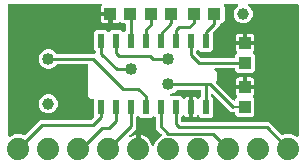
<source format=gbr>
G04 EAGLE Gerber RS-274X export*
G75*
%MOMM*%
%FSLAX34Y34*%
%LPD*%
%INTop Copper*%
%IPPOS*%
%AMOC8*
5,1,8,0,0,1.08239X$1,22.5*%
G01*
%ADD10R,0.600000X1.200000*%
%ADD11R,1.100000X1.000000*%
%ADD12R,1.000000X1.100000*%
%ADD13C,1.879600*%
%ADD14C,1.000000*%
%ADD15C,0.254000*%
%ADD16C,1.016000*%
%ADD17C,0.203200*%

G36*
X5166Y23107D02*
X5166Y23107D01*
X5196Y23106D01*
X5453Y23173D01*
X5469Y23177D01*
X10224Y25147D01*
X15176Y25147D01*
X17281Y24275D01*
X17282Y24274D01*
X17284Y24274D01*
X17418Y24239D01*
X17556Y24204D01*
X17558Y24204D01*
X17559Y24204D01*
X17700Y24208D01*
X17840Y24212D01*
X17842Y24212D01*
X17843Y24213D01*
X17976Y24255D01*
X18111Y24299D01*
X18112Y24300D01*
X18114Y24300D01*
X18126Y24309D01*
X18347Y24457D01*
X18367Y24480D01*
X18387Y24495D01*
X31231Y37339D01*
X73991Y37339D01*
X74077Y37351D01*
X74165Y37354D01*
X74217Y37371D01*
X74272Y37379D01*
X74352Y37414D01*
X74435Y37441D01*
X74474Y37469D01*
X74531Y37495D01*
X74645Y37591D01*
X74708Y37636D01*
X76538Y39465D01*
X76573Y39512D01*
X76615Y39552D01*
X76658Y39625D01*
X76708Y39692D01*
X76729Y39747D01*
X76759Y39797D01*
X76780Y39879D01*
X76810Y39958D01*
X76814Y40016D01*
X76829Y40073D01*
X76826Y40157D01*
X76833Y40241D01*
X76822Y40299D01*
X76820Y40357D01*
X76794Y40437D01*
X76777Y40520D01*
X76750Y40572D01*
X76732Y40628D01*
X76692Y40684D01*
X76646Y40772D01*
X76578Y40845D01*
X76537Y40901D01*
X76501Y40937D01*
X76501Y54356D01*
X76494Y54409D01*
X76495Y54442D01*
X76494Y54445D01*
X76495Y54472D01*
X76473Y54554D01*
X76461Y54638D01*
X76438Y54691D01*
X76423Y54747D01*
X76380Y54820D01*
X76345Y54897D01*
X76307Y54942D01*
X76278Y54992D01*
X76216Y55050D01*
X76162Y55114D01*
X76113Y55146D01*
X76070Y55186D01*
X75995Y55225D01*
X75925Y55272D01*
X75869Y55289D01*
X75817Y55316D01*
X75749Y55327D01*
X75654Y55357D01*
X75554Y55360D01*
X75486Y55371D01*
X73667Y55371D01*
X71881Y57157D01*
X71881Y83566D01*
X71873Y83624D01*
X71875Y83682D01*
X71853Y83764D01*
X71841Y83848D01*
X71818Y83901D01*
X71803Y83957D01*
X71760Y84030D01*
X71725Y84107D01*
X71687Y84152D01*
X71658Y84202D01*
X71596Y84260D01*
X71542Y84324D01*
X71493Y84356D01*
X71450Y84396D01*
X71375Y84435D01*
X71305Y84482D01*
X71249Y84499D01*
X71197Y84526D01*
X71129Y84537D01*
X71034Y84567D01*
X70934Y84570D01*
X70866Y84581D01*
X45698Y84581D01*
X45611Y84569D01*
X45524Y84566D01*
X45471Y84549D01*
X45416Y84541D01*
X45336Y84506D01*
X45253Y84479D01*
X45214Y84451D01*
X45157Y84425D01*
X45043Y84329D01*
X44980Y84284D01*
X42705Y82009D01*
X39717Y80771D01*
X36483Y80771D01*
X33495Y82009D01*
X31209Y84295D01*
X29971Y87283D01*
X29971Y90517D01*
X31209Y93505D01*
X33495Y95791D01*
X36483Y97029D01*
X39717Y97029D01*
X42705Y95791D01*
X44980Y93516D01*
X45049Y93464D01*
X45113Y93404D01*
X45163Y93378D01*
X45207Y93345D01*
X45289Y93314D01*
X45367Y93274D01*
X45414Y93266D01*
X45473Y93244D01*
X45620Y93232D01*
X45698Y93219D01*
X77165Y93219D01*
X77223Y93227D01*
X77282Y93225D01*
X77363Y93247D01*
X77447Y93259D01*
X77500Y93282D01*
X77557Y93297D01*
X77629Y93340D01*
X77706Y93375D01*
X77751Y93413D01*
X77801Y93442D01*
X77859Y93504D01*
X77923Y93558D01*
X77956Y93607D01*
X77996Y93650D01*
X78034Y93725D01*
X78081Y93795D01*
X78098Y93851D01*
X78125Y93903D01*
X78136Y93971D01*
X78166Y94066D01*
X78169Y94166D01*
X78180Y94234D01*
X78180Y94837D01*
X78168Y94924D01*
X78165Y95011D01*
X78148Y95064D01*
X78141Y95119D01*
X78105Y95199D01*
X78078Y95282D01*
X78050Y95321D01*
X78024Y95378D01*
X77928Y95492D01*
X77883Y95555D01*
X76501Y96937D01*
X76501Y111463D01*
X78287Y113249D01*
X86813Y113249D01*
X88182Y111879D01*
X88229Y111844D01*
X88269Y111802D01*
X88342Y111759D01*
X88409Y111709D01*
X88464Y111688D01*
X88514Y111658D01*
X88596Y111637D01*
X88675Y111607D01*
X88733Y111602D01*
X88790Y111588D01*
X88874Y111591D01*
X88958Y111584D01*
X89016Y111595D01*
X89074Y111597D01*
X89154Y111623D01*
X89237Y111640D01*
X89289Y111667D01*
X89345Y111685D01*
X89401Y111725D01*
X89489Y111771D01*
X89562Y111839D01*
X89618Y111879D01*
X90987Y113249D01*
X99513Y113249D01*
X100882Y111879D01*
X100929Y111844D01*
X100969Y111802D01*
X101042Y111759D01*
X101109Y111709D01*
X101164Y111688D01*
X101214Y111658D01*
X101296Y111637D01*
X101375Y111607D01*
X101433Y111602D01*
X101490Y111588D01*
X101574Y111591D01*
X101658Y111584D01*
X101716Y111595D01*
X101774Y111597D01*
X101854Y111623D01*
X101937Y111640D01*
X101989Y111667D01*
X102045Y111685D01*
X102101Y111725D01*
X102189Y111771D01*
X102262Y111839D01*
X102318Y111879D01*
X103334Y112895D01*
X103386Y112965D01*
X103446Y113029D01*
X103472Y113079D01*
X103505Y113123D01*
X103536Y113204D01*
X103576Y113282D01*
X103584Y113330D01*
X103606Y113388D01*
X103618Y113536D01*
X103631Y113613D01*
X103631Y117936D01*
X103623Y117994D01*
X103625Y118052D01*
X103603Y118134D01*
X103591Y118218D01*
X103568Y118271D01*
X103553Y118327D01*
X103510Y118400D01*
X103475Y118477D01*
X103437Y118522D01*
X103408Y118572D01*
X103346Y118630D01*
X103292Y118694D01*
X103243Y118726D01*
X103200Y118766D01*
X103125Y118805D01*
X103055Y118852D01*
X102999Y118869D01*
X102947Y118896D01*
X102879Y118907D01*
X102784Y118937D01*
X102684Y118940D01*
X102616Y118951D01*
X100797Y118951D01*
X99419Y120330D01*
X99372Y120365D01*
X99332Y120407D01*
X99259Y120450D01*
X99191Y120501D01*
X99137Y120521D01*
X99086Y120551D01*
X99005Y120572D01*
X98926Y120602D01*
X98868Y120607D01*
X98811Y120621D01*
X98726Y120618D01*
X98642Y120625D01*
X98585Y120614D01*
X98527Y120612D01*
X98446Y120586D01*
X98364Y120570D01*
X98312Y120543D01*
X98256Y120525D01*
X98200Y120484D01*
X98111Y120439D01*
X98039Y120370D01*
X97983Y120330D01*
X97620Y119967D01*
X97041Y119632D01*
X96394Y119459D01*
X92591Y119459D01*
X92591Y125984D01*
X92583Y126042D01*
X92584Y126100D01*
X92563Y126182D01*
X92551Y126265D01*
X92527Y126319D01*
X92513Y126375D01*
X92470Y126448D01*
X92435Y126525D01*
X92397Y126569D01*
X92367Y126620D01*
X92306Y126677D01*
X92251Y126742D01*
X92203Y126774D01*
X92160Y126814D01*
X92085Y126853D01*
X92015Y126899D01*
X91959Y126917D01*
X91907Y126944D01*
X91839Y126955D01*
X91744Y126985D01*
X91644Y126988D01*
X91576Y126999D01*
X90559Y126999D01*
X90559Y128016D01*
X90551Y128074D01*
X90552Y128132D01*
X90531Y128214D01*
X90519Y128297D01*
X90495Y128351D01*
X90481Y128407D01*
X90438Y128480D01*
X90403Y128557D01*
X90365Y128601D01*
X90335Y128652D01*
X90274Y128709D01*
X90219Y128774D01*
X90171Y128806D01*
X90128Y128846D01*
X90053Y128885D01*
X89983Y128931D01*
X89927Y128949D01*
X89875Y128976D01*
X89807Y128987D01*
X89712Y129017D01*
X89612Y129020D01*
X89544Y129031D01*
X82519Y129031D01*
X82519Y132334D01*
X82692Y132981D01*
X83027Y133560D01*
X83369Y133902D01*
X83387Y133926D01*
X83409Y133945D01*
X83472Y134039D01*
X83540Y134129D01*
X83550Y134157D01*
X83567Y134181D01*
X83601Y134289D01*
X83641Y134395D01*
X83644Y134424D01*
X83652Y134452D01*
X83655Y134565D01*
X83665Y134678D01*
X83659Y134707D01*
X83660Y134736D01*
X83631Y134846D01*
X83609Y134957D01*
X83595Y134983D01*
X83588Y135011D01*
X83530Y135109D01*
X83478Y135209D01*
X83458Y135231D01*
X83443Y135256D01*
X83360Y135333D01*
X83282Y135415D01*
X83257Y135430D01*
X83235Y135450D01*
X83134Y135502D01*
X83037Y135559D01*
X83008Y135566D01*
X82982Y135580D01*
X82905Y135593D01*
X82761Y135629D01*
X82699Y135627D01*
X82651Y135635D01*
X5080Y135635D01*
X5022Y135627D01*
X4964Y135629D01*
X4882Y135607D01*
X4798Y135595D01*
X4745Y135572D01*
X4689Y135557D01*
X4616Y135514D01*
X4539Y135479D01*
X4494Y135441D01*
X4444Y135412D01*
X4386Y135350D01*
X4322Y135296D01*
X4290Y135247D01*
X4250Y135204D01*
X4211Y135129D01*
X4164Y135059D01*
X4147Y135003D01*
X4120Y134951D01*
X4109Y134883D01*
X4079Y134788D01*
X4076Y134688D01*
X4065Y134620D01*
X4065Y24115D01*
X4081Y24001D01*
X4091Y23887D01*
X4101Y23861D01*
X4105Y23833D01*
X4152Y23728D01*
X4193Y23621D01*
X4209Y23599D01*
X4221Y23574D01*
X4295Y23486D01*
X4364Y23395D01*
X4387Y23378D01*
X4404Y23357D01*
X4500Y23293D01*
X4592Y23224D01*
X4618Y23215D01*
X4641Y23199D01*
X4751Y23165D01*
X4858Y23124D01*
X4886Y23122D01*
X4912Y23114D01*
X5027Y23111D01*
X5141Y23101D01*
X5166Y23107D01*
G37*
G36*
X248921Y23109D02*
X248921Y23109D01*
X249036Y23106D01*
X249063Y23113D01*
X249091Y23114D01*
X249200Y23149D01*
X249311Y23178D01*
X249335Y23192D01*
X249362Y23201D01*
X249457Y23265D01*
X249556Y23323D01*
X249575Y23344D01*
X249598Y23359D01*
X249672Y23447D01*
X249750Y23531D01*
X249763Y23555D01*
X249781Y23577D01*
X249827Y23681D01*
X249880Y23784D01*
X249884Y23808D01*
X249896Y23836D01*
X249933Y24100D01*
X249935Y24115D01*
X249935Y134620D01*
X249927Y134678D01*
X249929Y134736D01*
X249907Y134818D01*
X249895Y134902D01*
X249872Y134955D01*
X249857Y135011D01*
X249814Y135084D01*
X249779Y135161D01*
X249741Y135206D01*
X249712Y135256D01*
X249650Y135314D01*
X249596Y135378D01*
X249547Y135410D01*
X249504Y135450D01*
X249429Y135489D01*
X249359Y135536D01*
X249303Y135553D01*
X249251Y135580D01*
X249183Y135591D01*
X249088Y135621D01*
X248988Y135624D01*
X248920Y135635D01*
X208398Y135635D01*
X208369Y135631D01*
X208340Y135634D01*
X208229Y135611D01*
X208117Y135595D01*
X208090Y135583D01*
X208061Y135578D01*
X207961Y135525D01*
X207857Y135479D01*
X207835Y135460D01*
X207809Y135447D01*
X207727Y135369D01*
X207640Y135296D01*
X207624Y135271D01*
X207603Y135251D01*
X207546Y135153D01*
X207483Y135059D01*
X207474Y135031D01*
X207459Y135006D01*
X207431Y134896D01*
X207397Y134788D01*
X207396Y134758D01*
X207389Y134730D01*
X207393Y134617D01*
X207390Y134504D01*
X207397Y134475D01*
X207398Y134446D01*
X207433Y134338D01*
X207462Y134229D01*
X207477Y134203D01*
X207486Y134175D01*
X207531Y134112D01*
X207607Y133984D01*
X207652Y133941D01*
X207680Y133902D01*
X210023Y131559D01*
X211249Y128601D01*
X211249Y125399D01*
X210023Y122441D01*
X207759Y120177D01*
X204801Y118951D01*
X201599Y118951D01*
X198641Y120177D01*
X196377Y122441D01*
X195151Y125399D01*
X195151Y128601D01*
X196377Y131559D01*
X198720Y133902D01*
X198737Y133926D01*
X198760Y133945D01*
X198822Y134039D01*
X198890Y134129D01*
X198901Y134157D01*
X198917Y134181D01*
X198951Y134289D01*
X198992Y134395D01*
X198994Y134424D01*
X199003Y134452D01*
X199006Y134566D01*
X199015Y134678D01*
X199009Y134707D01*
X199010Y134736D01*
X198982Y134846D01*
X198959Y134957D01*
X198946Y134983D01*
X198938Y135011D01*
X198881Y135109D01*
X198828Y135209D01*
X198808Y135231D01*
X198793Y135256D01*
X198711Y135333D01*
X198633Y135415D01*
X198607Y135430D01*
X198586Y135450D01*
X198485Y135502D01*
X198387Y135559D01*
X198359Y135566D01*
X198333Y135580D01*
X198255Y135593D01*
X198112Y135629D01*
X198049Y135627D01*
X198002Y135635D01*
X187307Y135635D01*
X187278Y135631D01*
X187249Y135634D01*
X187138Y135611D01*
X187026Y135595D01*
X186999Y135583D01*
X186970Y135578D01*
X186870Y135525D01*
X186766Y135479D01*
X186744Y135460D01*
X186718Y135447D01*
X186636Y135369D01*
X186549Y135296D01*
X186533Y135271D01*
X186512Y135251D01*
X186455Y135153D01*
X186392Y135059D01*
X186383Y135031D01*
X186368Y135006D01*
X186340Y134896D01*
X186306Y134788D01*
X186305Y134758D01*
X186298Y134730D01*
X186302Y134617D01*
X186299Y134504D01*
X186306Y134475D01*
X186307Y134446D01*
X186342Y134338D01*
X186371Y134229D01*
X186385Y134203D01*
X186395Y134175D01*
X186440Y134111D01*
X186516Y133984D01*
X186561Y133941D01*
X186589Y133902D01*
X187229Y133263D01*
X187229Y120737D01*
X185443Y118951D01*
X184048Y118951D01*
X183991Y118943D01*
X183932Y118945D01*
X183850Y118923D01*
X183767Y118911D01*
X183714Y118888D01*
X183657Y118873D01*
X183585Y118830D01*
X183507Y118795D01*
X183463Y118757D01*
X183413Y118728D01*
X183355Y118666D01*
X183290Y118612D01*
X183258Y118563D01*
X183218Y118520D01*
X183180Y118445D01*
X183133Y118375D01*
X183115Y118319D01*
X183089Y118267D01*
X183077Y118199D01*
X183047Y118104D01*
X183045Y118004D01*
X183033Y117936D01*
X183033Y116880D01*
X177796Y111643D01*
X177744Y111573D01*
X177684Y111509D01*
X177658Y111460D01*
X177625Y111416D01*
X177594Y111334D01*
X177554Y111256D01*
X177546Y111208D01*
X177524Y111150D01*
X177512Y111002D01*
X177499Y110925D01*
X177499Y96937D01*
X175713Y95151D01*
X167187Y95151D01*
X165818Y96521D01*
X165771Y96556D01*
X165731Y96598D01*
X165658Y96641D01*
X165591Y96691D01*
X165536Y96712D01*
X165486Y96742D01*
X165404Y96763D01*
X165325Y96793D01*
X165267Y96798D01*
X165210Y96812D01*
X165126Y96809D01*
X165042Y96816D01*
X164984Y96805D01*
X164926Y96803D01*
X164846Y96777D01*
X164763Y96760D01*
X164711Y96733D01*
X164655Y96715D01*
X164599Y96675D01*
X164511Y96629D01*
X164438Y96561D01*
X164382Y96521D01*
X163366Y95505D01*
X163314Y95435D01*
X163254Y95371D01*
X163228Y95322D01*
X163195Y95277D01*
X163164Y95196D01*
X163124Y95118D01*
X163116Y95070D01*
X163094Y95012D01*
X163082Y94864D01*
X163077Y94834D01*
X163075Y94826D01*
X163075Y94823D01*
X163069Y94787D01*
X163069Y94716D01*
X163081Y94630D01*
X163084Y94542D01*
X163101Y94490D01*
X163109Y94435D01*
X163144Y94355D01*
X163171Y94272D01*
X163199Y94232D01*
X163225Y94175D01*
X163321Y94062D01*
X163366Y93998D01*
X167328Y90036D01*
X167398Y89984D01*
X167462Y89924D01*
X167511Y89899D01*
X167555Y89865D01*
X167637Y89834D01*
X167715Y89794D01*
X167763Y89786D01*
X167821Y89764D01*
X167969Y89752D01*
X168046Y89739D01*
X195482Y89739D01*
X195540Y89747D01*
X195599Y89746D01*
X195680Y89767D01*
X195764Y89779D01*
X195817Y89803D01*
X195874Y89817D01*
X195946Y89860D01*
X196023Y89895D01*
X196068Y89933D01*
X196118Y89963D01*
X196176Y90024D01*
X196240Y90079D01*
X196273Y90127D01*
X196313Y90170D01*
X196351Y90245D01*
X196398Y90315D01*
X196415Y90371D01*
X196442Y90423D01*
X196453Y90491D01*
X196483Y90586D01*
X196486Y90686D01*
X196497Y90754D01*
X196497Y92141D01*
X197876Y93520D01*
X197911Y93566D01*
X197954Y93607D01*
X197996Y93680D01*
X198047Y93747D01*
X198068Y93802D01*
X198097Y93852D01*
X198118Y93934D01*
X198148Y94013D01*
X198153Y94071D01*
X198167Y94128D01*
X198165Y94212D01*
X198172Y94296D01*
X198160Y94353D01*
X198158Y94412D01*
X198132Y94492D01*
X198116Y94575D01*
X198089Y94627D01*
X198071Y94682D01*
X198031Y94738D01*
X197985Y94827D01*
X197916Y94899D01*
X197876Y94955D01*
X197513Y95318D01*
X197179Y95898D01*
X197005Y96544D01*
X197005Y100347D01*
X203530Y100347D01*
X203588Y100355D01*
X203646Y100354D01*
X203728Y100375D01*
X203812Y100387D01*
X203865Y100411D01*
X203921Y100426D01*
X203994Y100469D01*
X204071Y100503D01*
X204116Y100541D01*
X204166Y100571D01*
X204224Y100632D01*
X204288Y100687D01*
X204320Y100736D01*
X204360Y100778D01*
X204399Y100853D01*
X204446Y100924D01*
X204463Y100979D01*
X204490Y101031D01*
X204501Y101099D01*
X204531Y101195D01*
X204534Y101294D01*
X204545Y101362D01*
X204545Y102379D01*
X204547Y102379D01*
X204547Y101362D01*
X204555Y101305D01*
X204554Y101246D01*
X204575Y101164D01*
X204587Y101081D01*
X204611Y101028D01*
X204626Y100971D01*
X204669Y100899D01*
X204703Y100822D01*
X204741Y100777D01*
X204771Y100727D01*
X204832Y100669D01*
X204887Y100605D01*
X204935Y100572D01*
X204978Y100532D01*
X205053Y100494D01*
X205123Y100447D01*
X205179Y100429D01*
X205231Y100403D01*
X205299Y100391D01*
X205394Y100361D01*
X205494Y100359D01*
X205562Y100347D01*
X212087Y100347D01*
X212087Y96544D01*
X211914Y95898D01*
X211579Y95318D01*
X211216Y94955D01*
X211181Y94909D01*
X211139Y94868D01*
X211096Y94796D01*
X211046Y94728D01*
X211025Y94674D01*
X210995Y94623D01*
X210974Y94542D01*
X210944Y94463D01*
X210939Y94404D01*
X210925Y94348D01*
X210928Y94263D01*
X210921Y94179D01*
X210932Y94122D01*
X210934Y94064D01*
X210960Y93983D01*
X210977Y93901D01*
X211004Y93849D01*
X211022Y93793D01*
X211062Y93737D01*
X211108Y93648D01*
X211176Y93576D01*
X211216Y93520D01*
X212595Y92141D01*
X212595Y78616D01*
X210809Y76830D01*
X198283Y76830D01*
X196497Y78616D01*
X196497Y80086D01*
X196489Y80144D01*
X196491Y80203D01*
X196469Y80284D01*
X196458Y80368D01*
X196434Y80421D01*
X196419Y80478D01*
X196376Y80550D01*
X196341Y80627D01*
X196304Y80672D01*
X196274Y80722D01*
X196212Y80780D01*
X196158Y80844D01*
X196109Y80877D01*
X196066Y80917D01*
X195991Y80955D01*
X195921Y81002D01*
X195865Y81019D01*
X195813Y81046D01*
X195745Y81057D01*
X195650Y81087D01*
X195550Y81090D01*
X195482Y81101D01*
X179661Y81101D01*
X179632Y81097D01*
X179603Y81100D01*
X179492Y81078D01*
X179380Y81062D01*
X179353Y81050D01*
X179324Y81044D01*
X179223Y80992D01*
X179120Y80945D01*
X179098Y80926D01*
X179072Y80913D01*
X178990Y80835D01*
X178903Y80762D01*
X178887Y80737D01*
X178866Y80717D01*
X178809Y80620D01*
X178746Y80525D01*
X178737Y80497D01*
X178722Y80472D01*
X178694Y80362D01*
X178660Y80254D01*
X178659Y80225D01*
X178652Y80196D01*
X178655Y80083D01*
X178653Y79970D01*
X178660Y79941D01*
X178661Y79912D01*
X178696Y79804D01*
X178724Y79695D01*
X178739Y79670D01*
X178748Y79642D01*
X178794Y79578D01*
X178870Y79450D01*
X178915Y79408D01*
X178943Y79368D01*
X180849Y77463D01*
X180849Y71127D01*
X179917Y70196D01*
X179882Y70149D01*
X179840Y70109D01*
X179797Y70036D01*
X179747Y69969D01*
X179726Y69914D01*
X179696Y69864D01*
X179675Y69782D01*
X179645Y69703D01*
X179641Y69645D01*
X179626Y69588D01*
X179629Y69504D01*
X179622Y69420D01*
X179633Y69363D01*
X179635Y69304D01*
X179661Y69224D01*
X179678Y69141D01*
X179705Y69089D01*
X179723Y69034D01*
X179763Y68977D01*
X179809Y68889D01*
X179877Y68816D01*
X179917Y68760D01*
X194739Y53939D01*
X194762Y53921D01*
X194781Y53899D01*
X194876Y53836D01*
X194966Y53768D01*
X194994Y53757D01*
X195018Y53741D01*
X195126Y53707D01*
X195232Y53667D01*
X195261Y53664D01*
X195289Y53655D01*
X195402Y53652D01*
X195515Y53643D01*
X195544Y53649D01*
X195573Y53648D01*
X195683Y53677D01*
X195794Y53699D01*
X195820Y53712D01*
X195848Y53720D01*
X195946Y53778D01*
X196046Y53830D01*
X196067Y53850D01*
X196093Y53865D01*
X196170Y53948D01*
X196252Y54026D01*
X196267Y54051D01*
X196287Y54072D01*
X196339Y54173D01*
X196396Y54271D01*
X196403Y54299D01*
X196417Y54325D01*
X196430Y54403D01*
X196466Y54546D01*
X196464Y54609D01*
X196472Y54657D01*
X196472Y54956D01*
X197851Y56334D01*
X197886Y56381D01*
X197928Y56421D01*
X197971Y56494D01*
X198021Y56561D01*
X198042Y56616D01*
X198072Y56666D01*
X198093Y56748D01*
X198123Y56827D01*
X198128Y56885D01*
X198142Y56942D01*
X198139Y57026D01*
X198146Y57110D01*
X198135Y57168D01*
X198133Y57226D01*
X198107Y57306D01*
X198090Y57389D01*
X198063Y57441D01*
X198045Y57497D01*
X198005Y57553D01*
X197959Y57641D01*
X197891Y57714D01*
X197851Y57770D01*
X197488Y58133D01*
X197153Y58712D01*
X196980Y59358D01*
X196980Y63162D01*
X203505Y63162D01*
X203563Y63170D01*
X203621Y63168D01*
X203703Y63190D01*
X203786Y63201D01*
X203840Y63225D01*
X203896Y63240D01*
X203969Y63283D01*
X204046Y63318D01*
X204090Y63355D01*
X204141Y63385D01*
X204198Y63447D01*
X204263Y63501D01*
X204295Y63550D01*
X204335Y63593D01*
X204373Y63668D01*
X204420Y63738D01*
X204438Y63794D01*
X204464Y63846D01*
X204476Y63914D01*
X204506Y64009D01*
X204509Y64109D01*
X204520Y64177D01*
X204520Y65194D01*
X204522Y65194D01*
X204522Y64177D01*
X204530Y64119D01*
X204528Y64060D01*
X204550Y63979D01*
X204561Y63895D01*
X204585Y63842D01*
X204600Y63785D01*
X204643Y63713D01*
X204678Y63636D01*
X204716Y63591D01*
X204745Y63541D01*
X204807Y63483D01*
X204861Y63419D01*
X204910Y63387D01*
X204953Y63346D01*
X205028Y63308D01*
X205098Y63261D01*
X205154Y63244D01*
X205206Y63217D01*
X205274Y63206D01*
X205369Y63176D01*
X205469Y63173D01*
X205537Y63162D01*
X212062Y63162D01*
X212062Y59358D01*
X211888Y58712D01*
X211554Y58133D01*
X211191Y57770D01*
X211156Y57723D01*
X211113Y57683D01*
X211071Y57610D01*
X211020Y57543D01*
X210999Y57488D01*
X210970Y57438D01*
X210949Y57356D01*
X210919Y57277D01*
X210914Y57219D01*
X210900Y57162D01*
X210902Y57078D01*
X210895Y56994D01*
X210907Y56936D01*
X210909Y56878D01*
X210935Y56798D01*
X210951Y56715D01*
X210978Y56663D01*
X210996Y56607D01*
X211036Y56551D01*
X211082Y56463D01*
X211151Y56390D01*
X211191Y56334D01*
X212570Y54956D01*
X212570Y41430D01*
X210784Y39644D01*
X198258Y39644D01*
X196472Y41430D01*
X196472Y42926D01*
X196464Y42984D01*
X196465Y43042D01*
X196444Y43124D01*
X196432Y43208D01*
X196408Y43261D01*
X196394Y43317D01*
X196351Y43390D01*
X196316Y43467D01*
X196278Y43512D01*
X196248Y43562D01*
X196187Y43620D01*
X196132Y43684D01*
X196084Y43716D01*
X196041Y43756D01*
X195966Y43795D01*
X195896Y43842D01*
X195840Y43859D01*
X195788Y43886D01*
X195720Y43897D01*
X195625Y43927D01*
X195525Y43930D01*
X195457Y43941D01*
X192521Y43941D01*
X177502Y58961D01*
X177478Y58978D01*
X177459Y59001D01*
X177365Y59063D01*
X177275Y59131D01*
X177247Y59142D01*
X177223Y59158D01*
X177115Y59192D01*
X177009Y59233D01*
X176980Y59235D01*
X176952Y59244D01*
X176838Y59247D01*
X176726Y59256D01*
X176697Y59250D01*
X176668Y59251D01*
X176558Y59223D01*
X176447Y59200D01*
X176421Y59187D01*
X176393Y59179D01*
X176295Y59122D01*
X176195Y59069D01*
X176173Y59049D01*
X176148Y59034D01*
X176071Y58952D01*
X175989Y58874D01*
X175974Y58848D01*
X175954Y58827D01*
X175902Y58726D01*
X175845Y58628D01*
X175838Y58600D01*
X175824Y58574D01*
X175811Y58496D01*
X175775Y58353D01*
X175777Y58290D01*
X175769Y58243D01*
X175769Y57613D01*
X175781Y57527D01*
X175784Y57439D01*
X175801Y57387D01*
X175809Y57332D01*
X175844Y57252D01*
X175871Y57169D01*
X175899Y57130D01*
X175925Y57072D01*
X176021Y56959D01*
X176066Y56895D01*
X177499Y55463D01*
X177499Y40937D01*
X175713Y39151D01*
X167187Y39151D01*
X165420Y40919D01*
X165381Y40948D01*
X165348Y40984D01*
X165268Y41033D01*
X165193Y41090D01*
X165147Y41107D01*
X165105Y41132D01*
X165015Y41157D01*
X164927Y41191D01*
X164878Y41195D01*
X164831Y41208D01*
X164737Y41207D01*
X164644Y41214D01*
X164596Y41205D01*
X164547Y41204D01*
X164457Y41177D01*
X164365Y41159D01*
X164322Y41136D01*
X164275Y41122D01*
X164196Y41071D01*
X164113Y41028D01*
X164077Y40994D01*
X164036Y40967D01*
X163989Y40910D01*
X163906Y40832D01*
X163863Y40757D01*
X163823Y40708D01*
X163783Y40640D01*
X163310Y40167D01*
X162731Y39832D01*
X162084Y39659D01*
X160249Y39659D01*
X160249Y47716D01*
X160241Y47774D01*
X160243Y47832D01*
X160221Y47914D01*
X160209Y47997D01*
X160186Y48051D01*
X160171Y48107D01*
X160128Y48180D01*
X160119Y48199D01*
X160150Y48245D01*
X160167Y48301D01*
X160194Y48353D01*
X160205Y48421D01*
X160235Y48516D01*
X160238Y48616D01*
X160249Y48684D01*
X160249Y56741D01*
X162084Y56741D01*
X162731Y56568D01*
X163310Y56233D01*
X163783Y55760D01*
X163823Y55692D01*
X163853Y55653D01*
X163875Y55610D01*
X163940Y55542D01*
X163998Y55468D01*
X164037Y55439D01*
X164071Y55404D01*
X164152Y55356D01*
X164228Y55301D01*
X164274Y55285D01*
X164316Y55260D01*
X164407Y55237D01*
X164496Y55205D01*
X164545Y55202D01*
X164592Y55190D01*
X164686Y55193D01*
X164780Y55187D01*
X164827Y55197D01*
X164876Y55199D01*
X164965Y55228D01*
X165057Y55248D01*
X165100Y55271D01*
X165146Y55286D01*
X165207Y55329D01*
X165307Y55384D01*
X165369Y55445D01*
X165420Y55481D01*
X166834Y56895D01*
X166886Y56965D01*
X166946Y57029D01*
X166972Y57079D01*
X167005Y57123D01*
X167036Y57204D01*
X167076Y57282D01*
X167084Y57330D01*
X167106Y57388D01*
X167118Y57536D01*
X167131Y57613D01*
X167131Y61976D01*
X167123Y62034D01*
X167125Y62092D01*
X167103Y62174D01*
X167091Y62258D01*
X167068Y62311D01*
X167053Y62367D01*
X167010Y62440D01*
X166975Y62517D01*
X166937Y62562D01*
X166908Y62612D01*
X166846Y62670D01*
X166792Y62734D01*
X166743Y62766D01*
X166700Y62806D01*
X166625Y62845D01*
X166555Y62892D01*
X166499Y62909D01*
X166447Y62936D01*
X166379Y62947D01*
X166284Y62977D01*
X166184Y62980D01*
X166116Y62991D01*
X147298Y62991D01*
X147211Y62979D01*
X147124Y62976D01*
X147071Y62959D01*
X147016Y62951D01*
X146936Y62916D01*
X146853Y62889D01*
X146814Y62861D01*
X146757Y62835D01*
X146643Y62739D01*
X146580Y62694D01*
X144305Y60419D01*
X141367Y59202D01*
X141293Y59158D01*
X141214Y59123D01*
X141171Y59086D01*
X141122Y59057D01*
X141063Y58995D01*
X140997Y58939D01*
X140966Y58892D01*
X140927Y58851D01*
X140887Y58774D01*
X140840Y58703D01*
X140823Y58649D01*
X140797Y58598D01*
X140780Y58514D01*
X140754Y58432D01*
X140753Y58375D01*
X140742Y58319D01*
X140749Y58234D01*
X140747Y58148D01*
X140761Y58093D01*
X140766Y58036D01*
X140797Y57956D01*
X140819Y57873D01*
X140848Y57824D01*
X140868Y57771D01*
X140920Y57702D01*
X140964Y57628D01*
X141005Y57589D01*
X141040Y57544D01*
X141108Y57492D01*
X141171Y57434D01*
X141222Y57408D01*
X141267Y57374D01*
X141348Y57343D01*
X141424Y57304D01*
X141473Y57296D01*
X141533Y57273D01*
X141678Y57262D01*
X141755Y57249D01*
X150313Y57249D01*
X152080Y55481D01*
X152119Y55452D01*
X152152Y55416D01*
X152232Y55367D01*
X152307Y55310D01*
X152353Y55293D01*
X152395Y55268D01*
X152485Y55243D01*
X152573Y55209D01*
X152622Y55205D01*
X152669Y55192D01*
X152763Y55193D01*
X152856Y55186D01*
X152904Y55195D01*
X152953Y55196D01*
X153043Y55223D01*
X153135Y55241D01*
X153178Y55264D01*
X153225Y55278D01*
X153304Y55329D01*
X153387Y55372D01*
X153423Y55406D01*
X153464Y55433D01*
X153511Y55490D01*
X153594Y55568D01*
X153637Y55643D01*
X153677Y55692D01*
X153717Y55760D01*
X154190Y56233D01*
X154769Y56568D01*
X155416Y56741D01*
X157251Y56741D01*
X157251Y48684D01*
X157259Y48626D01*
X157257Y48568D01*
X157279Y48486D01*
X157291Y48403D01*
X157314Y48349D01*
X157329Y48293D01*
X157372Y48220D01*
X157381Y48201D01*
X157350Y48155D01*
X157333Y48099D01*
X157306Y48047D01*
X157295Y47979D01*
X157265Y47884D01*
X157262Y47784D01*
X157251Y47716D01*
X157251Y39659D01*
X155416Y39659D01*
X154769Y39832D01*
X154190Y40167D01*
X153717Y40640D01*
X153677Y40708D01*
X153647Y40747D01*
X153625Y40790D01*
X153560Y40858D01*
X153502Y40932D01*
X153463Y40961D01*
X153429Y40996D01*
X153348Y41044D01*
X153272Y41099D01*
X153226Y41115D01*
X153184Y41140D01*
X153093Y41163D01*
X153004Y41195D01*
X152955Y41198D01*
X152908Y41210D01*
X152814Y41207D01*
X152720Y41213D01*
X152673Y41203D01*
X152624Y41201D01*
X152535Y41172D01*
X152443Y41152D01*
X152400Y41129D01*
X152354Y41114D01*
X152293Y41071D01*
X152193Y41016D01*
X152131Y40955D01*
X152080Y40919D01*
X150666Y39505D01*
X150614Y39435D01*
X150554Y39371D01*
X150528Y39321D01*
X150495Y39277D01*
X150464Y39196D01*
X150424Y39118D01*
X150416Y39070D01*
X150394Y39012D01*
X150382Y38864D01*
X150369Y38787D01*
X150369Y36424D01*
X150377Y36366D01*
X150375Y36307D01*
X150397Y36226D01*
X150409Y36142D01*
X150432Y36089D01*
X150447Y36032D01*
X150490Y35960D01*
X150525Y35883D01*
X150563Y35838D01*
X150592Y35788D01*
X150654Y35730D01*
X150708Y35666D01*
X150757Y35633D01*
X150800Y35593D01*
X150875Y35555D01*
X150945Y35508D01*
X151001Y35490D01*
X151053Y35464D01*
X151121Y35452D01*
X151216Y35422D01*
X151316Y35420D01*
X151384Y35408D01*
X224699Y35408D01*
X235613Y24495D01*
X235614Y24494D01*
X235615Y24493D01*
X235736Y24402D01*
X235840Y24324D01*
X235841Y24323D01*
X235843Y24322D01*
X235976Y24272D01*
X236106Y24223D01*
X236107Y24223D01*
X236109Y24222D01*
X236253Y24210D01*
X236389Y24199D01*
X236390Y24199D01*
X236392Y24199D01*
X236408Y24203D01*
X236668Y24255D01*
X236695Y24269D01*
X236719Y24275D01*
X238824Y25147D01*
X243776Y25147D01*
X248531Y23177D01*
X248643Y23148D01*
X248752Y23114D01*
X248780Y23113D01*
X248807Y23106D01*
X248921Y23109D01*
G37*
G36*
X115374Y12709D02*
X115374Y12709D01*
X115432Y12708D01*
X115514Y12729D01*
X115597Y12741D01*
X115651Y12765D01*
X115707Y12779D01*
X115780Y12822D01*
X115857Y12857D01*
X115902Y12895D01*
X115952Y12925D01*
X116010Y12986D01*
X116074Y13041D01*
X116106Y13089D01*
X116146Y13132D01*
X116185Y13207D01*
X116231Y13277D01*
X116249Y13333D01*
X116276Y13385D01*
X116287Y13453D01*
X116317Y13548D01*
X116320Y13648D01*
X116331Y13716D01*
X116331Y24466D01*
X117096Y24345D01*
X118883Y23764D01*
X120557Y22911D01*
X122078Y21806D01*
X123406Y20478D01*
X124511Y18957D01*
X125364Y17283D01*
X125728Y16163D01*
X125758Y16101D01*
X125779Y16035D01*
X125820Y15974D01*
X125853Y15908D01*
X125899Y15857D01*
X125938Y15799D01*
X125994Y15752D01*
X126043Y15697D01*
X126102Y15661D01*
X126155Y15616D01*
X126222Y15586D01*
X126285Y15547D01*
X126352Y15529D01*
X126415Y15501D01*
X126488Y15491D01*
X126559Y15471D01*
X126628Y15471D01*
X126697Y15462D01*
X126769Y15472D01*
X126843Y15473D01*
X126910Y15493D01*
X126978Y15502D01*
X127045Y15533D01*
X127116Y15554D01*
X127174Y15591D01*
X127237Y15620D01*
X127293Y15667D01*
X127355Y15707D01*
X127401Y15759D01*
X127453Y15804D01*
X127486Y15857D01*
X127543Y15921D01*
X127592Y16025D01*
X127631Y16089D01*
X129148Y19751D01*
X132649Y23252D01*
X133431Y23576D01*
X133531Y23634D01*
X133632Y23687D01*
X133652Y23706D01*
X133676Y23720D01*
X133755Y23804D01*
X133838Y23883D01*
X133852Y23907D01*
X133871Y23927D01*
X133924Y24029D01*
X133982Y24128D01*
X133989Y24155D01*
X134002Y24180D01*
X134024Y24293D01*
X134052Y24404D01*
X134051Y24431D01*
X134057Y24459D01*
X134047Y24573D01*
X134043Y24688D01*
X134035Y24714D01*
X134032Y24742D01*
X133991Y24849D01*
X133956Y24958D01*
X133941Y24978D01*
X133930Y25007D01*
X133769Y25220D01*
X133761Y25232D01*
X133759Y25234D01*
X133758Y25234D01*
X129031Y29961D01*
X129031Y38787D01*
X129019Y38873D01*
X129016Y38961D01*
X128999Y39013D01*
X128991Y39068D01*
X128956Y39148D01*
X128929Y39231D01*
X128901Y39271D01*
X128875Y39328D01*
X128779Y39441D01*
X128734Y39505D01*
X127718Y40521D01*
X127671Y40556D01*
X127631Y40598D01*
X127558Y40641D01*
X127491Y40691D01*
X127436Y40712D01*
X127386Y40742D01*
X127304Y40763D01*
X127225Y40793D01*
X127167Y40798D01*
X127110Y40812D01*
X127026Y40809D01*
X126942Y40816D01*
X126884Y40805D01*
X126826Y40803D01*
X126746Y40777D01*
X126663Y40760D01*
X126611Y40733D01*
X126555Y40715D01*
X126499Y40675D01*
X126411Y40629D01*
X126338Y40561D01*
X126282Y40521D01*
X124913Y39151D01*
X116387Y39151D01*
X115018Y40521D01*
X114971Y40556D01*
X114931Y40598D01*
X114858Y40641D01*
X114791Y40691D01*
X114736Y40712D01*
X114686Y40742D01*
X114604Y40763D01*
X114525Y40793D01*
X114467Y40798D01*
X114410Y40812D01*
X114326Y40809D01*
X114242Y40816D01*
X114184Y40805D01*
X114126Y40803D01*
X114046Y40777D01*
X113963Y40760D01*
X113911Y40733D01*
X113855Y40715D01*
X113799Y40675D01*
X113711Y40629D01*
X113638Y40561D01*
X113582Y40521D01*
X112566Y39505D01*
X112514Y39435D01*
X112454Y39371D01*
X112428Y39321D01*
X112395Y39277D01*
X112364Y39196D01*
X112324Y39118D01*
X112316Y39070D01*
X112294Y39012D01*
X112282Y38864D01*
X112269Y38787D01*
X112269Y29961D01*
X106817Y24510D01*
X106742Y24409D01*
X106663Y24312D01*
X106656Y24296D01*
X106646Y24282D01*
X106602Y24165D01*
X106553Y24049D01*
X106551Y24033D01*
X106545Y24017D01*
X106535Y23891D01*
X106520Y23767D01*
X106523Y23750D01*
X106521Y23733D01*
X106546Y23610D01*
X106567Y23487D01*
X106574Y23471D01*
X106577Y23455D01*
X106635Y23343D01*
X106689Y23230D01*
X106701Y23217D01*
X106708Y23202D01*
X106795Y23111D01*
X106878Y23018D01*
X106892Y23009D01*
X106904Y22996D01*
X107013Y22933D01*
X107118Y22866D01*
X107135Y22861D01*
X107149Y22853D01*
X107270Y22822D01*
X107391Y22787D01*
X107409Y22787D01*
X107425Y22782D01*
X107550Y22786D01*
X107676Y22786D01*
X107690Y22791D01*
X107709Y22791D01*
X107980Y22879D01*
X107987Y22884D01*
X107996Y22887D01*
X109717Y23764D01*
X111504Y24345D01*
X112269Y24466D01*
X112269Y13716D01*
X112277Y13658D01*
X112275Y13600D01*
X112297Y13518D01*
X112309Y13435D01*
X112333Y13381D01*
X112347Y13325D01*
X112390Y13252D01*
X112425Y13175D01*
X112463Y13131D01*
X112493Y13080D01*
X112554Y13023D01*
X112609Y12958D01*
X112657Y12926D01*
X112700Y12886D01*
X112775Y12847D01*
X112845Y12801D01*
X112901Y12783D01*
X112953Y12756D01*
X113021Y12745D01*
X113116Y12715D01*
X113216Y12712D01*
X113284Y12701D01*
X115316Y12701D01*
X115374Y12709D01*
G37*
%LPC*%
G36*
X36499Y42751D02*
X36499Y42751D01*
X33541Y43977D01*
X31277Y46241D01*
X30051Y49199D01*
X30051Y52401D01*
X31277Y55359D01*
X33541Y57623D01*
X36499Y58849D01*
X39701Y58849D01*
X42659Y57623D01*
X44923Y55359D01*
X46149Y52401D01*
X46149Y49199D01*
X44923Y46241D01*
X42659Y43977D01*
X39701Y42751D01*
X36499Y42751D01*
G37*
%LPD*%
%LPC*%
G36*
X206577Y104410D02*
X206577Y104410D01*
X206577Y110419D01*
X209881Y110419D01*
X210527Y110246D01*
X211106Y109911D01*
X211579Y109438D01*
X211914Y108859D01*
X212087Y108213D01*
X212087Y104410D01*
X206577Y104410D01*
G37*
%LPD*%
%LPC*%
G36*
X206552Y67224D02*
X206552Y67224D01*
X206552Y73234D01*
X209855Y73234D01*
X210502Y73060D01*
X211081Y72726D01*
X211554Y72253D01*
X211888Y71674D01*
X212062Y71027D01*
X212062Y67224D01*
X206552Y67224D01*
G37*
%LPD*%
%LPC*%
G36*
X197005Y104410D02*
X197005Y104410D01*
X197005Y108213D01*
X197179Y108859D01*
X197513Y109438D01*
X197986Y109911D01*
X198565Y110246D01*
X199212Y110419D01*
X202515Y110419D01*
X202515Y104410D01*
X197005Y104410D01*
G37*
%LPD*%
%LPC*%
G36*
X196980Y67224D02*
X196980Y67224D01*
X196980Y71027D01*
X197153Y71674D01*
X197488Y72253D01*
X197961Y72726D01*
X198540Y73060D01*
X199186Y73234D01*
X202490Y73234D01*
X202490Y67224D01*
X196980Y67224D01*
G37*
%LPD*%
%LPC*%
G36*
X84726Y119459D02*
X84726Y119459D01*
X84079Y119632D01*
X83500Y119967D01*
X83027Y120440D01*
X82692Y121019D01*
X82519Y121666D01*
X82519Y124969D01*
X88529Y124969D01*
X88529Y119459D01*
X84726Y119459D01*
G37*
%LPD*%
D10*
X171450Y104200D03*
X158750Y104200D03*
X146050Y104200D03*
X133350Y104200D03*
X120650Y104200D03*
X107950Y104200D03*
X95250Y104200D03*
X82550Y104200D03*
X82550Y48200D03*
X95250Y48200D03*
X107950Y48200D03*
X120650Y48200D03*
X133350Y48200D03*
X146050Y48200D03*
X158750Y48200D03*
X171450Y48200D03*
D11*
X178680Y127000D03*
X161680Y127000D03*
X141850Y127000D03*
X124850Y127000D03*
D12*
X204546Y85378D03*
X204546Y102378D03*
D11*
X107560Y127000D03*
X90560Y127000D03*
D13*
X241300Y12700D03*
X215900Y12700D03*
X190500Y12700D03*
X165100Y12700D03*
X139700Y12700D03*
X114300Y12700D03*
X88900Y12700D03*
X63500Y12700D03*
X38100Y12700D03*
X12700Y12700D03*
D12*
X204521Y48193D03*
X204521Y65193D03*
D14*
X38100Y50800D03*
X203200Y127000D03*
D15*
X120650Y113868D02*
X120650Y104200D01*
X120650Y113868D02*
X124841Y118059D01*
X124841Y126991D01*
X124850Y127000D01*
X133325Y104225D02*
X133350Y104200D01*
X133325Y104225D02*
X133325Y110465D01*
X142240Y119380D01*
X142240Y126610D01*
X141850Y127000D01*
X146050Y113030D02*
X146050Y104200D01*
X146050Y113030D02*
X148590Y115570D01*
X157480Y115570D01*
X161290Y119380D01*
X161290Y126610D01*
X161680Y127000D01*
X171450Y111404D02*
X171450Y104200D01*
X171450Y111404D02*
X178714Y118669D01*
X178714Y126966D01*
X178680Y127000D01*
D16*
X139700Y67310D03*
D15*
X171450Y67310D01*
X175260Y67310D01*
X204514Y48200D02*
X204521Y48193D01*
X194310Y48260D02*
X175260Y67310D01*
D17*
X194310Y48260D02*
X204454Y48260D01*
X204521Y48193D01*
D15*
X171450Y48200D02*
X171450Y67310D01*
X158750Y92507D02*
X158750Y104200D01*
X158750Y92507D02*
X165837Y85420D01*
X204504Y85420D01*
X204546Y85378D01*
X107950Y104200D02*
X107950Y126610D01*
X107560Y127000D01*
X158750Y57150D02*
X158750Y48200D01*
D16*
X186690Y100330D03*
X76200Y119380D03*
D15*
X146050Y48200D02*
X146050Y33579D01*
X148539Y31090D01*
X222910Y31090D01*
X241300Y12700D01*
X95250Y93980D02*
X95250Y104200D01*
X95250Y93980D02*
X97790Y91440D01*
X124460Y91440D01*
X127000Y88900D01*
X139700Y88900D01*
D16*
X139700Y88900D03*
D15*
X133350Y48200D02*
X133350Y31750D01*
X139700Y25400D01*
X177800Y25400D01*
X190500Y12700D01*
D16*
X107950Y80010D03*
D15*
X95809Y80010D01*
X82499Y93320D01*
X82499Y104149D01*
X82550Y104200D01*
X107950Y48200D02*
X107950Y31750D01*
X88900Y12700D01*
X65405Y12700D02*
X63500Y12700D01*
X65405Y12700D02*
X83109Y30404D01*
X89535Y30404D01*
X95123Y35992D01*
X95123Y48073D01*
X95250Y48200D01*
X120650Y48200D02*
X120650Y57150D01*
X114300Y63500D01*
X101600Y63500D01*
X76200Y88900D01*
X38100Y88900D01*
D16*
X38100Y88900D03*
D15*
X82550Y48200D02*
X82550Y39370D01*
X76200Y33020D01*
X33020Y33020D01*
X12700Y12700D01*
M02*

</source>
